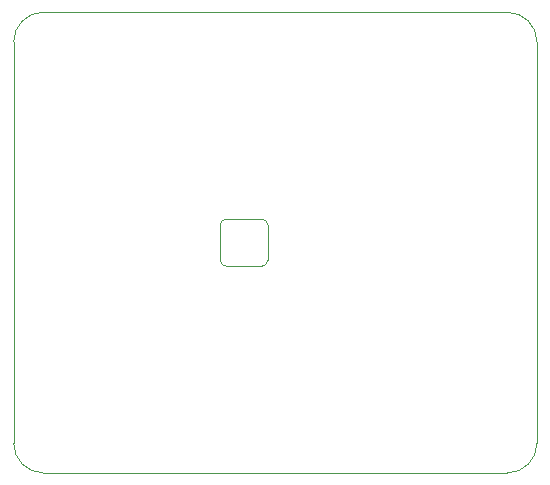
<source format=gbr>
G04 #@! TF.GenerationSoftware,KiCad,Pcbnew,8.0.4*
G04 #@! TF.CreationDate,2024-09-15T19:08:50-07:00*
G04 #@! TF.ProjectId,IMX585_MIPI_Breakout_v3,494d5835-3835-45f4-9d49-50495f427265,rev?*
G04 #@! TF.SameCoordinates,Original*
G04 #@! TF.FileFunction,Profile,NP*
%FSLAX46Y46*%
G04 Gerber Fmt 4.6, Leading zero omitted, Abs format (unit mm)*
G04 Created by KiCad (PCBNEW 8.0.4) date 2024-09-15 19:08:50*
%MOMM*%
%LPD*%
G01*
G04 APERTURE LIST*
G04 #@! TA.AperFunction,Profile*
%ADD10C,0.100000*%
G04 #@! TD*
G04 APERTURE END LIST*
D10*
X165900000Y-85400000D02*
X126600000Y-85400000D01*
X124100000Y-87900000D02*
G75*
G02*
X126600000Y-85400000I2500000J0D01*
G01*
X124100000Y-87900000D02*
X124100000Y-121900000D01*
X141600000Y-103400000D02*
G75*
G02*
X142100000Y-102900000I500000J0D01*
G01*
X168400000Y-121900000D02*
X168400000Y-87900000D01*
X142100000Y-106900000D02*
X145100000Y-106900000D01*
X126600000Y-124400000D02*
G75*
G02*
X124100000Y-121900000I0J2500000D01*
G01*
X141600000Y-106400000D02*
X141600000Y-103400000D01*
X126600000Y-124400000D02*
X165900000Y-124400000D01*
X168400000Y-121900000D02*
G75*
G02*
X165900000Y-124400000I-2500000J0D01*
G01*
X142100000Y-106900000D02*
G75*
G02*
X141600000Y-106400000I0J500000D01*
G01*
X145100000Y-102900000D02*
X142100000Y-102900000D01*
X165900000Y-85400000D02*
G75*
G02*
X168400000Y-87900000I0J-2500000D01*
G01*
X145600000Y-106400000D02*
X145600000Y-103400000D01*
X145100000Y-102900000D02*
G75*
G02*
X145600000Y-103400000I0J-500000D01*
G01*
X145600000Y-106400000D02*
G75*
G02*
X145100000Y-106900000I-500000J0D01*
G01*
M02*

</source>
